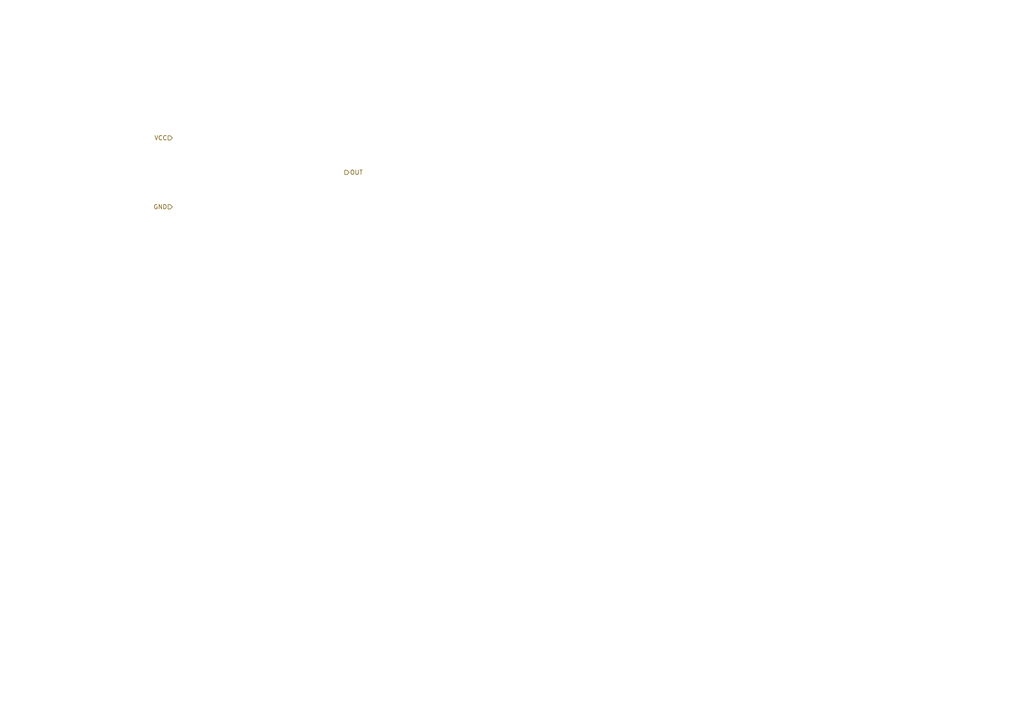
<source format=kicad_sch>
(kicad_sch
	(version 20231120)
	(generator "kicadtools_test")
	(generator_version "8.0")
	(uuid "00000000-0000-0000-0000-000000000002")
	(paper "A4")
	(title_block
		(title "Logic Subsheet")
		(date "2024-12-30")
		(rev "1.0")
	)
	(lib_symbols)
	(hierarchical_label "VCC"
		(shape input)
		(at 50 40 180)
		(effects (font (size 1.27 1.27)) (justify right))
		(uuid "hlabel-vcc")
	)
	(hierarchical_label "GND"
		(shape input)
		(at 50 60 180)
		(effects (font (size 1.27 1.27)) (justify right))
		(uuid "hlabel-gnd")
	)
	(hierarchical_label "OUT"
		(shape output)
		(at 100 50 0)
		(effects (font (size 1.27 1.27)) (justify left))
		(uuid "hlabel-out")
	)
)

</source>
